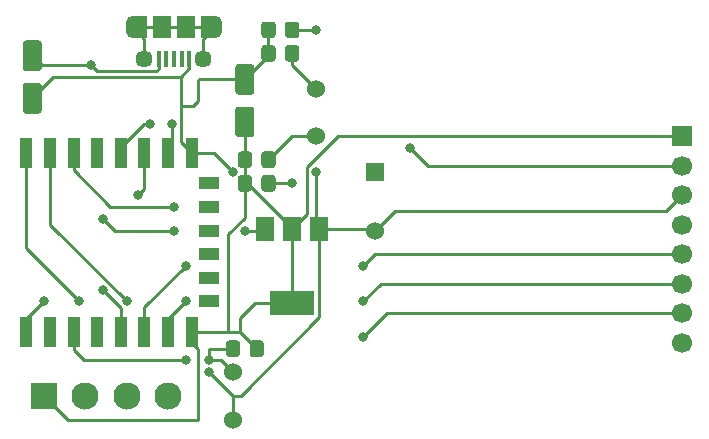
<source format=gbr>
%TF.GenerationSoftware,KiCad,Pcbnew,(5.1.9)-1*%
%TF.CreationDate,2021-04-23T22:48:30+02:00*%
%TF.ProjectId,test,74657374-2e6b-4696-9361-645f70636258,rev?*%
%TF.SameCoordinates,Original*%
%TF.FileFunction,Copper,L1,Top*%
%TF.FilePolarity,Positive*%
%FSLAX46Y46*%
G04 Gerber Fmt 4.6, Leading zero omitted, Abs format (unit mm)*
G04 Created by KiCad (PCBNEW (5.1.9)-1) date 2021-04-23 22:48:30*
%MOMM*%
%LPD*%
G01*
G04 APERTURE LIST*
%TA.AperFunction,SMDPad,CuDef*%
%ADD10R,1.000000X2.500000*%
%TD*%
%TA.AperFunction,SMDPad,CuDef*%
%ADD11R,1.800000X1.000000*%
%TD*%
%TA.AperFunction,SMDPad,CuDef*%
%ADD12R,1.200000X1.900000*%
%TD*%
%TA.AperFunction,ComponentPad*%
%ADD13O,1.200000X1.900000*%
%TD*%
%TA.AperFunction,SMDPad,CuDef*%
%ADD14R,1.500000X1.900000*%
%TD*%
%TA.AperFunction,ComponentPad*%
%ADD15C,1.450000*%
%TD*%
%TA.AperFunction,SMDPad,CuDef*%
%ADD16R,0.400000X1.350000*%
%TD*%
%TA.AperFunction,ComponentPad*%
%ADD17C,1.524000*%
%TD*%
%TA.AperFunction,ComponentPad*%
%ADD18C,2.300000*%
%TD*%
%TA.AperFunction,ComponentPad*%
%ADD19R,2.300000X2.300000*%
%TD*%
%TA.AperFunction,ComponentPad*%
%ADD20C,1.700000*%
%TD*%
%TA.AperFunction,ComponentPad*%
%ADD21R,1.700000X1.700000*%
%TD*%
%TA.AperFunction,ComponentPad*%
%ADD22R,1.524000X1.524000*%
%TD*%
%TA.AperFunction,SMDPad,CuDef*%
%ADD23R,1.500000X2.000000*%
%TD*%
%TA.AperFunction,SMDPad,CuDef*%
%ADD24R,3.800000X2.000000*%
%TD*%
%TA.AperFunction,ViaPad*%
%ADD25C,0.800000*%
%TD*%
%TA.AperFunction,Conductor*%
%ADD26C,0.250000*%
%TD*%
G04 APERTURE END LIST*
D10*
%TO.P,ESP1,16*%
%TO.N,Net-(ConnProg1-Pad2)*%
X15500000Y-26400000D03*
%TO.P,ESP1,15*%
%TO.N,Net-(ConnProg1-Pad3)*%
X17500000Y-26400000D03*
%TO.P,ESP1,14*%
%TO.N,Net-(Beeper1-Pad1)*%
X19500000Y-26400000D03*
%TO.P,ESP1,13*%
%TO.N,Net-(ESP1-Pad13)*%
X21500000Y-26400000D03*
%TO.P,ESP1,12*%
%TO.N,Net-(ESP1-Pad12)*%
X23500000Y-26400000D03*
%TO.P,ESP1,11*%
%TO.N,Net-(ConnMFRC1-Pad2)*%
X25500000Y-26400000D03*
%TO.P,ESP1,10*%
%TO.N,Net-(ConnMFRC1-Pad8)*%
X27500000Y-26400000D03*
%TO.P,ESP1,9*%
%TO.N,Net-(AMS1117-Pad1)*%
X29500000Y-26400000D03*
D11*
%TO.P,ESP1,22*%
%TO.N,Net-(ESP1-Pad22)*%
X31000000Y-29000000D03*
%TO.P,ESP1,21*%
%TO.N,Net-(ESP1-Pad21)*%
X31000000Y-31000000D03*
%TO.P,ESP1,20*%
%TO.N,Net-(ESP1-Pad20)*%
X31000000Y-33000000D03*
%TO.P,ESP1,19*%
%TO.N,Net-(ESP1-Pad19)*%
X31000000Y-35000000D03*
%TO.P,ESP1,18*%
%TO.N,Net-(ESP1-Pad18)*%
X31000000Y-37000000D03*
%TO.P,ESP1,17*%
%TO.N,Net-(ESP1-Pad17)*%
X31000000Y-39000000D03*
D10*
%TO.P,ESP1,8*%
%TO.N,Net-(AMS1117-Pad2)*%
X29500000Y-41600000D03*
%TO.P,ESP1,7*%
%TO.N,Net-(ConnMFRC1-Pad6)*%
X27500000Y-41600000D03*
%TO.P,ESP1,6*%
%TO.N,Net-(ConnMFRC1-Pad5)*%
X25500000Y-41600000D03*
%TO.P,ESP1,5*%
%TO.N,Net-(ConnMFRC1-Pad7)*%
X23500000Y-41600000D03*
%TO.P,ESP1,4*%
%TO.N,Net-(ESP1-Pad4)*%
X21500000Y-41600000D03*
%TO.P,ESP1,3*%
%TO.N,Net-(ESP1-Pad3)*%
X19500000Y-41600000D03*
%TO.P,ESP1,2*%
%TO.N,Net-(ESP1-Pad2)*%
X17500000Y-41600000D03*
%TO.P,ESP1,1*%
%TO.N,Net-(ESP1-Pad1)*%
X15500000Y-41600000D03*
%TD*%
%TO.P,C4.7uF2,2*%
%TO.N,Net-(AMS1117-Pad1)*%
%TA.AperFunction,SMDPad,CuDef*%
G36*
G01*
X34550000Y-21500000D02*
X33450000Y-21500000D01*
G75*
G02*
X33200000Y-21250000I0J250000D01*
G01*
X33200000Y-19150000D01*
G75*
G02*
X33450000Y-18900000I250000J0D01*
G01*
X34550000Y-18900000D01*
G75*
G02*
X34800000Y-19150000I0J-250000D01*
G01*
X34800000Y-21250000D01*
G75*
G02*
X34550000Y-21500000I-250000J0D01*
G01*
G37*
%TD.AperFunction*%
%TO.P,C4.7uF2,1*%
%TO.N,Net-(AMS1117-Pad2)*%
%TA.AperFunction,SMDPad,CuDef*%
G36*
G01*
X34550000Y-25100000D02*
X33450000Y-25100000D01*
G75*
G02*
X33200000Y-24850000I0J250000D01*
G01*
X33200000Y-22750000D01*
G75*
G02*
X33450000Y-22500000I250000J0D01*
G01*
X34550000Y-22500000D01*
G75*
G02*
X34800000Y-22750000I0J-250000D01*
G01*
X34800000Y-24850000D01*
G75*
G02*
X34550000Y-25100000I-250000J0D01*
G01*
G37*
%TD.AperFunction*%
%TD*%
%TO.P,C4.7uF1,2*%
%TO.N,Net-(AMS1117-Pad1)*%
%TA.AperFunction,SMDPad,CuDef*%
G36*
G01*
X15450000Y-20500000D02*
X16550000Y-20500000D01*
G75*
G02*
X16800000Y-20750000I0J-250000D01*
G01*
X16800000Y-22850000D01*
G75*
G02*
X16550000Y-23100000I-250000J0D01*
G01*
X15450000Y-23100000D01*
G75*
G02*
X15200000Y-22850000I0J250000D01*
G01*
X15200000Y-20750000D01*
G75*
G02*
X15450000Y-20500000I250000J0D01*
G01*
G37*
%TD.AperFunction*%
%TO.P,C4.7uF1,1*%
%TO.N,Net-(AMS1117-Pad3)*%
%TA.AperFunction,SMDPad,CuDef*%
G36*
G01*
X15450000Y-16900000D02*
X16550000Y-16900000D01*
G75*
G02*
X16800000Y-17150000I0J-250000D01*
G01*
X16800000Y-19250000D01*
G75*
G02*
X16550000Y-19500000I-250000J0D01*
G01*
X15450000Y-19500000D01*
G75*
G02*
X15200000Y-19250000I0J250000D01*
G01*
X15200000Y-17150000D01*
G75*
G02*
X15450000Y-16900000I250000J0D01*
G01*
G37*
%TD.AperFunction*%
%TD*%
D12*
%TO.P,USB1,6*%
%TO.N,Net-(USB1-Pad6)*%
X30900000Y-15762500D03*
X25100000Y-15762500D03*
D13*
X24500000Y-15762500D03*
X31500000Y-15762500D03*
D14*
X29000000Y-15762500D03*
D15*
X25500000Y-18462500D03*
D16*
%TO.P,USB1,3*%
%TO.N,Net-(USB1-Pad3)*%
X28000000Y-18462500D03*
%TO.P,USB1,4*%
%TO.N,Net-(USB1-Pad4)*%
X27350000Y-18462500D03*
%TO.P,USB1,5*%
%TO.N,Net-(AMS1117-Pad3)*%
X26700000Y-18462500D03*
%TO.P,USB1,1*%
%TO.N,Net-(AMS1117-Pad1)*%
X29300000Y-18462500D03*
%TO.P,USB1,2*%
%TO.N,Net-(USB1-Pad2)*%
X28650000Y-18462500D03*
D15*
%TO.P,USB1,6*%
%TO.N,Net-(USB1-Pad6)*%
X30500000Y-18462500D03*
D14*
X27000000Y-15762500D03*
%TD*%
%TO.P,R10k4,2*%
%TO.N,Net-(AMS1117-Pad2)*%
%TA.AperFunction,SMDPad,CuDef*%
G36*
G01*
X34600000Y-26549999D02*
X34600000Y-27450001D01*
G75*
G02*
X34350001Y-27700000I-249999J0D01*
G01*
X33649999Y-27700000D01*
G75*
G02*
X33400000Y-27450001I0J249999D01*
G01*
X33400000Y-26549999D01*
G75*
G02*
X33649999Y-26300000I249999J0D01*
G01*
X34350001Y-26300000D01*
G75*
G02*
X34600000Y-26549999I0J-249999D01*
G01*
G37*
%TD.AperFunction*%
%TO.P,R10k4,1*%
%TO.N,Net-(ESP1-Pad12)*%
%TA.AperFunction,SMDPad,CuDef*%
G36*
G01*
X36600000Y-26549999D02*
X36600000Y-27450001D01*
G75*
G02*
X36350001Y-27700000I-249999J0D01*
G01*
X35649999Y-27700000D01*
G75*
G02*
X35400000Y-27450001I0J249999D01*
G01*
X35400000Y-26549999D01*
G75*
G02*
X35649999Y-26300000I249999J0D01*
G01*
X36350001Y-26300000D01*
G75*
G02*
X36600000Y-26549999I0J-249999D01*
G01*
G37*
%TD.AperFunction*%
%TD*%
%TO.P,R10k3,2*%
%TO.N,Net-(AMS1117-Pad1)*%
%TA.AperFunction,SMDPad,CuDef*%
G36*
G01*
X36600000Y-15549999D02*
X36600000Y-16450001D01*
G75*
G02*
X36350001Y-16700000I-249999J0D01*
G01*
X35649999Y-16700000D01*
G75*
G02*
X35400000Y-16450001I0J249999D01*
G01*
X35400000Y-15549999D01*
G75*
G02*
X35649999Y-15300000I249999J0D01*
G01*
X36350001Y-15300000D01*
G75*
G02*
X36600000Y-15549999I0J-249999D01*
G01*
G37*
%TD.AperFunction*%
%TO.P,R10k3,1*%
%TO.N,Net-(ConnMFRC1-Pad8)*%
%TA.AperFunction,SMDPad,CuDef*%
G36*
G01*
X38600000Y-15549999D02*
X38600000Y-16450001D01*
G75*
G02*
X38350001Y-16700000I-249999J0D01*
G01*
X37649999Y-16700000D01*
G75*
G02*
X37400000Y-16450001I0J249999D01*
G01*
X37400000Y-15549999D01*
G75*
G02*
X37649999Y-15300000I249999J0D01*
G01*
X38350001Y-15300000D01*
G75*
G02*
X38600000Y-15549999I0J-249999D01*
G01*
G37*
%TD.AperFunction*%
%TD*%
%TO.P,R10k2,2*%
%TO.N,Net-(AMS1117-Pad2)*%
%TA.AperFunction,SMDPad,CuDef*%
G36*
G01*
X34600000Y-28549999D02*
X34600000Y-29450001D01*
G75*
G02*
X34350001Y-29700000I-249999J0D01*
G01*
X33649999Y-29700000D01*
G75*
G02*
X33400000Y-29450001I0J249999D01*
G01*
X33400000Y-28549999D01*
G75*
G02*
X33649999Y-28300000I249999J0D01*
G01*
X34350001Y-28300000D01*
G75*
G02*
X34600000Y-28549999I0J-249999D01*
G01*
G37*
%TD.AperFunction*%
%TO.P,R10k2,1*%
%TO.N,Net-(ESP1-Pad1)*%
%TA.AperFunction,SMDPad,CuDef*%
G36*
G01*
X36600000Y-28549999D02*
X36600000Y-29450001D01*
G75*
G02*
X36350001Y-29700000I-249999J0D01*
G01*
X35649999Y-29700000D01*
G75*
G02*
X35400000Y-29450001I0J249999D01*
G01*
X35400000Y-28549999D01*
G75*
G02*
X35649999Y-28300000I249999J0D01*
G01*
X36350001Y-28300000D01*
G75*
G02*
X36600000Y-28549999I0J-249999D01*
G01*
G37*
%TD.AperFunction*%
%TD*%
%TO.P,R10k1,2*%
%TO.N,Net-(ESP1-Pad3)*%
%TA.AperFunction,SMDPad,CuDef*%
G36*
G01*
X33600000Y-42549999D02*
X33600000Y-43450001D01*
G75*
G02*
X33350001Y-43700000I-249999J0D01*
G01*
X32649999Y-43700000D01*
G75*
G02*
X32400000Y-43450001I0J249999D01*
G01*
X32400000Y-42549999D01*
G75*
G02*
X32649999Y-42300000I249999J0D01*
G01*
X33350001Y-42300000D01*
G75*
G02*
X33600000Y-42549999I0J-249999D01*
G01*
G37*
%TD.AperFunction*%
%TO.P,R10k1,1*%
%TO.N,Net-(AMS1117-Pad2)*%
%TA.AperFunction,SMDPad,CuDef*%
G36*
G01*
X35600000Y-42549999D02*
X35600000Y-43450001D01*
G75*
G02*
X35350001Y-43700000I-249999J0D01*
G01*
X34649999Y-43700000D01*
G75*
G02*
X34400000Y-43450001I0J249999D01*
G01*
X34400000Y-42549999D01*
G75*
G02*
X34649999Y-42300000I249999J0D01*
G01*
X35350001Y-42300000D01*
G75*
G02*
X35600000Y-42549999I0J-249999D01*
G01*
G37*
%TD.AperFunction*%
%TD*%
%TO.P,R470,2*%
%TO.N,Net-(AMS1117-Pad1)*%
%TA.AperFunction,SMDPad,CuDef*%
G36*
G01*
X36600000Y-17549999D02*
X36600000Y-18450001D01*
G75*
G02*
X36350001Y-18700000I-249999J0D01*
G01*
X35649999Y-18700000D01*
G75*
G02*
X35400000Y-18450001I0J249999D01*
G01*
X35400000Y-17549999D01*
G75*
G02*
X35649999Y-17300000I249999J0D01*
G01*
X36350001Y-17300000D01*
G75*
G02*
X36600000Y-17549999I0J-249999D01*
G01*
G37*
%TD.AperFunction*%
%TO.P,R470,1*%
%TO.N,Net-(Enable1-Pad2)*%
%TA.AperFunction,SMDPad,CuDef*%
G36*
G01*
X38600000Y-17549999D02*
X38600000Y-18450001D01*
G75*
G02*
X38350001Y-18700000I-249999J0D01*
G01*
X37649999Y-18700000D01*
G75*
G02*
X37400000Y-18450001I0J249999D01*
G01*
X37400000Y-17549999D01*
G75*
G02*
X37649999Y-17300000I249999J0D01*
G01*
X38350001Y-17300000D01*
G75*
G02*
X38600000Y-17549999I0J-249999D01*
G01*
G37*
%TD.AperFunction*%
%TD*%
D17*
%TO.P,Prog1,2*%
%TO.N,Net-(ESP1-Pad3)*%
X33000000Y-45000000D03*
%TO.P,Prog1,1*%
%TO.N,Net-(AMS1117-Pad1)*%
X33000000Y-49000000D03*
%TD*%
%TO.P,Enable1,2*%
%TO.N,Net-(Enable1-Pad2)*%
X40000000Y-21000000D03*
%TO.P,Enable1,1*%
%TO.N,Net-(ESP1-Pad12)*%
X40000000Y-25000000D03*
%TD*%
D18*
%TO.P,ConnProg1,4*%
%TO.N,Net-(AMS1117-Pad1)*%
X27500000Y-47000000D03*
%TO.P,ConnProg1,3*%
%TO.N,Net-(ConnProg1-Pad3)*%
X24000000Y-47000000D03*
%TO.P,ConnProg1,2*%
%TO.N,Net-(ConnProg1-Pad2)*%
X20500000Y-47000000D03*
D19*
%TO.P,ConnProg1,1*%
%TO.N,Net-(AMS1117-Pad2)*%
X17000000Y-47000000D03*
%TD*%
D20*
%TO.P,ConnMFRC1,8*%
%TO.N,Net-(ConnMFRC1-Pad8)*%
X71000000Y-42500000D03*
%TO.P,ConnMFRC1,7*%
%TO.N,Net-(ConnMFRC1-Pad7)*%
X71000000Y-40000000D03*
%TO.P,ConnMFRC1,6*%
%TO.N,Net-(ConnMFRC1-Pad6)*%
X71000000Y-37500000D03*
%TO.P,ConnMFRC1,5*%
%TO.N,Net-(ConnMFRC1-Pad5)*%
X71000000Y-35000000D03*
%TO.P,ConnMFRC1,4*%
%TO.N,Net-(ConnMFRC1-Pad4)*%
X71000000Y-32500000D03*
%TO.P,ConnMFRC1,3*%
%TO.N,Net-(AMS1117-Pad1)*%
X71000000Y-30000000D03*
%TO.P,ConnMFRC1,2*%
%TO.N,Net-(ConnMFRC1-Pad2)*%
X71000000Y-27500000D03*
D21*
%TO.P,ConnMFRC1,1*%
%TO.N,Net-(AMS1117-Pad2)*%
X71000000Y-25000000D03*
%TD*%
D17*
%TO.P,Beeper1,2*%
%TO.N,Net-(AMS1117-Pad1)*%
X45000000Y-33000000D03*
D22*
%TO.P,Beeper1,1*%
%TO.N,Net-(Beeper1-Pad1)*%
X45000000Y-28000000D03*
%TD*%
D23*
%TO.P,AMS1117,1*%
%TO.N,Net-(AMS1117-Pad1)*%
X40300000Y-32850000D03*
%TO.P,AMS1117,3*%
%TO.N,Net-(AMS1117-Pad3)*%
X35700000Y-32850000D03*
%TO.P,AMS1117,2*%
%TO.N,Net-(AMS1117-Pad2)*%
X38000000Y-32850000D03*
D24*
X38000000Y-39150000D03*
%TD*%
D25*
%TO.N,Net-(AMS1117-Pad1)*%
X31000000Y-45000000D03*
X33000000Y-28000000D03*
X40000000Y-28000000D03*
%TO.N,Net-(AMS1117-Pad3)*%
X21000000Y-19000000D03*
X22000000Y-32000000D03*
X28000000Y-33000000D03*
X34000000Y-33000000D03*
%TO.N,Net-(Beeper1-Pad1)*%
X28000000Y-31000000D03*
%TO.N,Net-(ConnMFRC1-Pad8)*%
X40000000Y-16000000D03*
X27847502Y-24000000D03*
%TO.N,Net-(ConnMFRC1-Pad7)*%
X44000000Y-42000000D03*
X21987347Y-38012653D03*
%TO.N,Net-(ConnMFRC1-Pad6)*%
X44000000Y-39000000D03*
X29000000Y-39000000D03*
%TO.N,Net-(ConnMFRC1-Pad5)*%
X44000000Y-36000000D03*
X29000000Y-36000000D03*
%TO.N,Net-(ConnMFRC1-Pad2)*%
X48000000Y-26000000D03*
X24987347Y-29987347D03*
%TO.N,Net-(ConnProg1-Pad3)*%
X24000000Y-39000000D03*
%TO.N,Net-(ConnProg1-Pad2)*%
X20000000Y-39000000D03*
%TO.N,Net-(ESP1-Pad12)*%
X26000000Y-24000000D03*
%TO.N,Net-(ESP1-Pad3)*%
X29000000Y-44000000D03*
X31000000Y-44000000D03*
%TO.N,Net-(ESP1-Pad1)*%
X38000000Y-29000000D03*
X17000000Y-39000000D03*
%TD*%
D26*
%TO.N,Net-(AMS1117-Pad1)*%
X29800000Y-26100000D02*
X29500000Y-26400000D01*
X17800000Y-20000000D02*
X16000000Y-21800000D01*
X28572502Y-20000000D02*
X17800000Y-20000000D01*
X29300000Y-19272502D02*
X28572502Y-20000000D01*
X29300000Y-18462500D02*
X29300000Y-19272502D01*
X28572502Y-25472502D02*
X29500000Y-26400000D01*
X30000000Y-20312500D02*
X30112500Y-20200000D01*
X30000000Y-22000000D02*
X30000000Y-20312500D01*
X29572502Y-22427498D02*
X30000000Y-22000000D01*
X30112500Y-20200000D02*
X34000000Y-20200000D01*
X28572502Y-22427498D02*
X29572502Y-22427498D01*
X28572502Y-20000000D02*
X28572502Y-22427498D01*
X28572502Y-22427498D02*
X28572502Y-25472502D01*
X36000000Y-16000000D02*
X36000000Y-18000000D01*
X36000000Y-18200000D02*
X34000000Y-20200000D01*
X36000000Y-18000000D02*
X36000000Y-18200000D01*
X33000000Y-47000000D02*
X31000000Y-45000000D01*
X33000000Y-49000000D02*
X33000000Y-47000000D01*
X31400000Y-26400000D02*
X33000000Y-28000000D01*
X29500000Y-26400000D02*
X31400000Y-26400000D01*
X40000000Y-32550000D02*
X40300000Y-32850000D01*
X40000000Y-28000000D02*
X40000000Y-32550000D01*
X33635002Y-47000000D02*
X33000000Y-47000000D01*
X40300000Y-40335002D02*
X33635002Y-47000000D01*
X40300000Y-32850000D02*
X40300000Y-40335002D01*
X44850000Y-32850000D02*
X45000000Y-33000000D01*
X40300000Y-32850000D02*
X44850000Y-32850000D01*
X69675001Y-31324999D02*
X71000000Y-30000000D01*
X46675001Y-31324999D02*
X69675001Y-31324999D01*
X45000000Y-33000000D02*
X46675001Y-31324999D01*
%TO.N,Net-(AMS1117-Pad3)*%
X26700000Y-19300000D02*
X26487499Y-19512501D01*
X26700000Y-18462500D02*
X26700000Y-19300000D01*
X21512501Y-19512501D02*
X21000000Y-19000000D01*
X26487499Y-19512501D02*
X21512501Y-19512501D01*
X16800000Y-19000000D02*
X16000000Y-18200000D01*
X21000000Y-19000000D02*
X16800000Y-19000000D01*
X23000000Y-33000000D02*
X28000000Y-33000000D01*
X22000000Y-32000000D02*
X23000000Y-33000000D01*
X35550000Y-33000000D02*
X35700000Y-32850000D01*
X34000000Y-33000000D02*
X35550000Y-33000000D01*
%TO.N,Net-(AMS1117-Pad2)*%
X19000000Y-49000000D02*
X30000000Y-49000000D01*
X17000000Y-47000000D02*
X19000000Y-49000000D01*
X34000000Y-23800000D02*
X34000000Y-27000000D01*
X34000000Y-27000000D02*
X34000000Y-29000000D01*
X38000000Y-32814998D02*
X38000000Y-32850000D01*
X34185002Y-29000000D02*
X38000000Y-32814998D01*
X34000000Y-29000000D02*
X34185002Y-29000000D01*
X38000000Y-39150000D02*
X38000000Y-32850000D01*
X34000000Y-31926998D02*
X34000000Y-29000000D01*
X32600000Y-33326998D02*
X34000000Y-31926998D01*
X32600000Y-41600000D02*
X32600000Y-33326998D01*
X32600000Y-41600000D02*
X29500000Y-41600000D01*
X29500000Y-41600000D02*
X29500000Y-42500000D01*
X30000000Y-43000000D02*
X30000000Y-49000000D01*
X29500000Y-42500000D02*
X30000000Y-43000000D01*
X41926998Y-25000000D02*
X71000000Y-25000000D01*
X39274999Y-27651999D02*
X41926998Y-25000000D01*
X39274999Y-31575001D02*
X39274999Y-27651999D01*
X38000000Y-32850000D02*
X39274999Y-31575001D01*
X33600000Y-41600000D02*
X32600000Y-41600000D01*
X35000000Y-43000000D02*
X33600000Y-41600000D01*
X33600000Y-41600000D02*
X33600000Y-40400000D01*
X34850000Y-39150000D02*
X38000000Y-39150000D01*
X33600000Y-40400000D02*
X34850000Y-39150000D01*
%TO.N,Net-(Beeper1-Pad1)*%
X22600000Y-31000000D02*
X28000000Y-31000000D01*
X19500000Y-27900000D02*
X22600000Y-31000000D01*
X19500000Y-26400000D02*
X19500000Y-27900000D01*
%TO.N,Net-(ConnMFRC1-Pad8)*%
X38000000Y-16000000D02*
X39000000Y-16000000D01*
X27847502Y-26052498D02*
X27500000Y-26400000D01*
X27847502Y-24000000D02*
X27847502Y-26052498D01*
X39000000Y-16000000D02*
X40000000Y-16000000D01*
%TO.N,Net-(ConnMFRC1-Pad7)*%
X46000000Y-40000000D02*
X44000000Y-42000000D01*
X71000000Y-40000000D02*
X46000000Y-40000000D01*
X23500000Y-39525306D02*
X23500000Y-41600000D01*
X21987347Y-38012653D02*
X23500000Y-39525306D01*
%TO.N,Net-(ConnMFRC1-Pad6)*%
X45500000Y-37500000D02*
X44000000Y-39000000D01*
X71000000Y-37500000D02*
X45500000Y-37500000D01*
X27500000Y-40500000D02*
X27500000Y-41600000D01*
X29000000Y-39000000D02*
X27500000Y-40500000D01*
%TO.N,Net-(ConnMFRC1-Pad5)*%
X45000000Y-35000000D02*
X44000000Y-36000000D01*
X71000000Y-35000000D02*
X45000000Y-35000000D01*
X25500000Y-39500000D02*
X25500000Y-41600000D01*
X29000000Y-36000000D02*
X25500000Y-39500000D01*
%TO.N,Net-(ConnMFRC1-Pad2)*%
X49500000Y-27500000D02*
X48000000Y-26000000D01*
X71000000Y-27500000D02*
X49500000Y-27500000D01*
X25500000Y-29474694D02*
X25500000Y-26400000D01*
X24987347Y-29987347D02*
X25500000Y-29474694D01*
%TO.N,Net-(ConnProg1-Pad3)*%
X17500000Y-26400000D02*
X17500000Y-26735002D01*
X17500000Y-32500000D02*
X17500000Y-26400000D01*
X24000000Y-39000000D02*
X17500000Y-32500000D01*
%TO.N,Net-(ConnProg1-Pad2)*%
X15500000Y-34500000D02*
X15500000Y-26400000D01*
X20000000Y-39000000D02*
X15500000Y-34500000D01*
%TO.N,Net-(Enable1-Pad2)*%
X38000000Y-19000000D02*
X40000000Y-21000000D01*
X38000000Y-18000000D02*
X38000000Y-19000000D01*
%TO.N,Net-(ESP1-Pad12)*%
X38000000Y-25000000D02*
X36000000Y-27000000D01*
X40000000Y-25000000D02*
X38000000Y-25000000D01*
X23500000Y-25934315D02*
X23500000Y-26400000D01*
X25434315Y-24000000D02*
X23500000Y-25934315D01*
X26000000Y-24000000D02*
X25434315Y-24000000D01*
%TO.N,Net-(ESP1-Pad3)*%
X20400000Y-44000000D02*
X29000000Y-44000000D01*
X19500000Y-43100000D02*
X20400000Y-44000000D01*
X19500000Y-41600000D02*
X19500000Y-43100000D01*
X32000000Y-44000000D02*
X33000000Y-45000000D01*
X31000000Y-44000000D02*
X32000000Y-44000000D01*
X31000000Y-44000000D02*
X31000000Y-43000000D01*
X31000000Y-43000000D02*
X33000000Y-43000000D01*
%TO.N,Net-(ESP1-Pad1)*%
X36000000Y-29000000D02*
X38000000Y-29000000D01*
X15500000Y-40500000D02*
X15500000Y-41600000D01*
X17000000Y-39000000D02*
X15500000Y-40500000D01*
%TO.N,Net-(USB1-Pad6)*%
X25500000Y-16762500D02*
X24500000Y-15762500D01*
X25500000Y-18462500D02*
X25500000Y-16762500D01*
X25100000Y-15762500D02*
X31500000Y-15762500D01*
X30500000Y-16762500D02*
X31500000Y-15762500D01*
X30500000Y-18462500D02*
X30500000Y-16762500D01*
%TD*%
M02*

</source>
